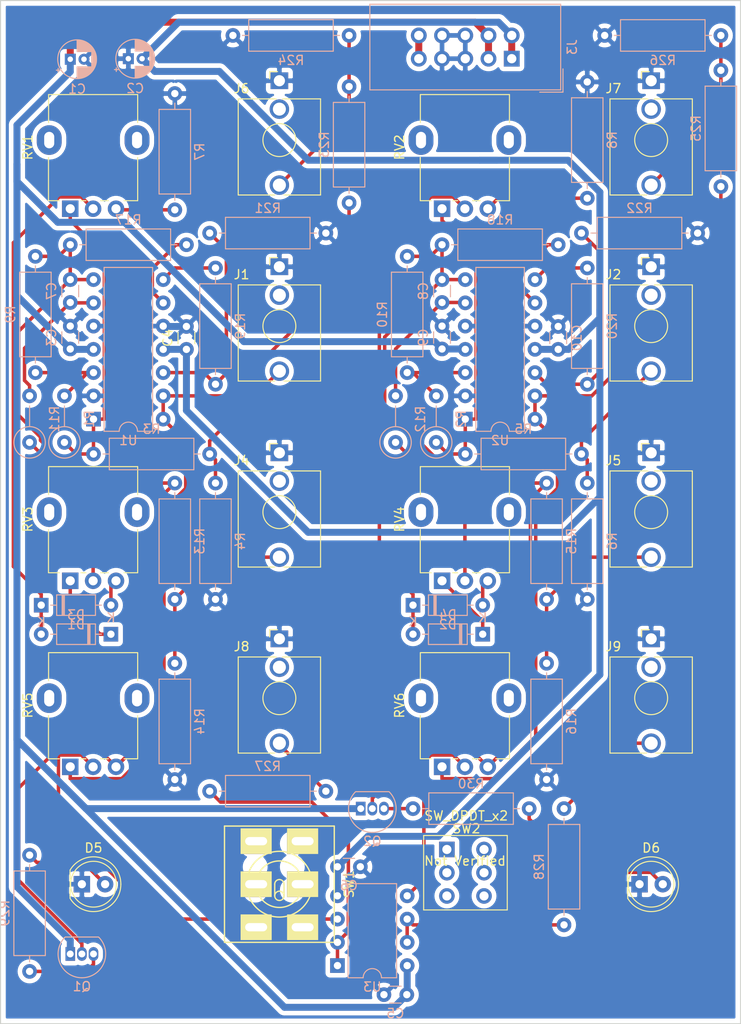
<source format=kicad_pcb>
(kicad_pcb (version 20171130) (host pcbnew 5.1.4-e60b266~84~ubuntu19.04.1)
  (layers (0 F.Cu signal) (31 B.Cu signal hide) (34 B.Paste user) (35 F.Paste user) (36 B.SilkS user) (37 F.SilkS user) (38 B.Mask user) (39 F.Mask user) (44 Edge.Cuts user))
  (net 0 "")
  (net 1 GND)
  (net 2 +15V)
  (net 3 -15V)
  (net 4 "Net-(C7-Pad2)")
  (net 5 /Square_3_A)
  (net 6 "Net-(C8-Pad2)")
  (net 7 "Net-(C8-Pad1)")
  (net 8 "Net-(D1-Pad2)")
  (net 9 "Net-(D1-Pad1)")
  (net 10 "Net-(D2-Pad2)")
  (net 11 "Net-(D2-Pad1)")
  (net 12 "Net-(D3-Pad1)")
  (net 13 "Net-(D4-Pad1)")
  (net 14 "Net-(D5-Pad2)")
  (net 15 "Net-(D6-Pad2)")
  (net 16 "Net-(J1-PadTN)")
  (net 17 "Net-(J2-PadTN)")
  (net 18 /Square_1_A)
  (net 19 /SPEED_2_A)
  (net 20 "Net-(J4-PadTN)")
  (net 21 "Net-(J5-PadTN)")
  (net 22 "Net-(J5-PadT)")
  (net 23 "Net-(J6-PadTN)")
  (net 24 "Net-(J7-PadTN)")
  (net 25 "Net-(J7-PadT)")
  (net 26 "Net-(J8-PadTN)")
  (net 27 "Net-(J9-PadTN)")
  (net 28 "Net-(J9-PadT)")
  (net 29 "Net-(Q1-Pad3)")
  (net 30 "Net-(Q2-Pad3)")
  (net 31 "Net-(R1-Pad2)")
  (net 32 "Net-(R10-Pad2)")
  (net 33 "Net-(R7-Pad1)")
  (net 34 "Net-(R8-Pad1)")
  (net 35 /SPEED_2)
  (net 36 "Net-(R17-Pad1)")
  (net 37 "Net-(R18-Pad1)")
  (net 38 "Net-(R19-Pad2)")
  (net 39 "Net-(R19-Pad1)")
  (net 40 "Net-(R20-Pad2)")
  (net 41 "Net-(R20-Pad1)")
  (net 42 "Net-(R25-Pad2)")
  (net 43 "Net-(R27-Pad2)")
  (net 44 "Net-(R28-Pad2)")
  (net 45 "Net-(RV6-Pad2)")
  (net 46 "Net-(SW1-Pad3)")
  (net 47 "Net-(SW1-Pad5)")
  (net 48 "Net-(SW1-Pad2)")
  (net 49 "Net-(SW1-Pad1)")
  (net 50 "Net-(SW2-Pad3)")
  (net 51 "Net-(SW2-Pad5)")
  (net 52 "Net-(SW2-Pad2)")
  (net 53 "Net-(SW2-Pad1)")
  (net 54 +5V)
  (net 55 "Net-(C7-Pad1)")
  (net 56 "Net-(J1-PadT)")
  (net 57 "Net-(J2-PadT)")
  (net 58 "Net-(J4-PadT)")
  (net 59 "Net-(J6-PadT)")
  (net 60 "Net-(J8-PadT)")
  (net 61 "Net-(R1-Pad1)")
  (net 62 "Net-(R2-Pad1)")
  (net 63 "Net-(R11-Pad2)")
  (net 64 "Net-(R12-Pad2)")
  (net 65 "Net-(R23-Pad2)")
  (net 66 "Net-(RV5-Pad2)")
  (module Custom_Footprints:Tumbler_SW_x2 (layer F.Cu) (at 81.28 147.32 90)
    (fp_text reference SW1 (at 0 7.62 90) (layer F.SilkS))
    (fp_text value SW_DPDT_x2)
    (pad 6 thru_hole rect (at 4.7 -2.54 90) (size 2.8 3.4) (drill oval 0.9 2.4) (layers *.Cu *.Mask F.SilkS) (net 46 "Net-(SW1-Pad3)"))
    (pad 5 thru_hole rect (at 0 -2.54 90) (size 2.8 3.4) (drill oval 0.9 2.4) (layers *.Cu *.Mask F.SilkS) (net 47 "Net-(SW1-Pad5)"))
    (pad 4 thru_hole rect (at -4.7 -2.54 90) (size 2.8 3.4) (drill oval 0.9 2.4) (layers *.Cu *.Mask F.SilkS) (net 49 "Net-(SW1-Pad1)"))
    (pad 3 thru_hole rect (at 4.7 2.54 90) (size 2.8 3.4) (drill oval 0.9 2.4) (layers *.Cu *.Mask F.SilkS) (net 46 "Net-(SW1-Pad3)"))
    (pad 2 thru_hole rect (at 0 2.54 90) (size 2.8 3.4) (drill oval 0.9 2.4) (layers *.Cu *.Mask F.SilkS) (net 48 "Net-(SW1-Pad2)"))
    (pad 1 thru_hole rect (at -4.7 2.54 90) (size 2.8 3.4) (drill oval 0.9 2.4) (layers *.Cu *.Mask F.SilkS) (net 49 "Net-(SW1-Pad1)"))
  )
  (module Capacitor_THT:C_Disc_D3.0mm_W1.6mm_P2.50mm (layer B.Cu) (at 111.76 88.9 90)
    (fp_text reference C10 (at 1.25 2.05 270) (layer B.SilkS) (effects (justify mirror)))
    (fp_text value 100n)
    (pad 2 thru_hole circle (at 2.5 0 90) (size 1.6 1.6) (drill 0.8) (layers *.Cu *.Mask) (net 1 GND))
    (pad 1 thru_hole circle (at 0 0 90) (size 1.6 1.6) (drill 0.8) (layers *.Cu *.Mask) (net 3 -15V))
  )
  (module Capacitor_THT:C_Disc_D3.0mm_W1.6mm_P2.50mm (layer B.Cu) (at 99.06 86.36 270)
    (fp_text reference C9 (at 1.25 2.05 270) (layer B.SilkS) (effects (justify mirror)))
    (fp_text value 100n)
    (pad 2 thru_hole circle (at 2.5 0 270) (size 1.6 1.6) (drill 0.8) (layers *.Cu *.Mask) (net 2 +15V))
    (pad 1 thru_hole circle (at 0 0 270) (size 1.6 1.6) (drill 0.8) (layers *.Cu *.Mask) (net 1 GND))
  )
  (module Resistor_THT:R_Axial_DIN0309_L9.0mm_D3.2mm_P5.08mm_Vertical (layer B.Cu) (at 93.98 99.06 90)
    (fp_text reference R12 (at 2.54 2.72 90) (layer B.SilkS) (effects (justify mirror)))
    (fp_text value 10k)
    (pad 2 thru_hole oval (at 5.08 0 90) (size 1.6 1.6) (drill 0.8) (layers *.Cu *.Mask) (net 64 "Net-(R12-Pad2)"))
    (pad 1 thru_hole circle (at 0 0 90) (size 1.6 1.6) (drill 0.8) (layers *.Cu *.Mask) (net 6 "Net-(C8-Pad2)"))
  )
  (module Resistor_THT:R_Axial_DIN0309_L9.0mm_D3.2mm_P5.08mm_Vertical (layer B.Cu) (at 98.425 99.06 90)
    (fp_text reference R2 (at 2.54 2.72 90) (layer B.SilkS) (effects (justify mirror)))
    (fp_text value 150k)
    (pad 2 thru_hole oval (at 5.08 0 90) (size 1.6 1.6) (drill 0.8) (layers *.Cu *.Mask) (net 32 "Net-(R10-Pad2)"))
    (pad 1 thru_hole circle (at 0 0 90) (size 1.6 1.6) (drill 0.8) (layers *.Cu *.Mask) (net 62 "Net-(R2-Pad1)"))
  )
  (module Resistor_THT:R_Axial_DIN0309_L9.0mm_D3.2mm_P5.08mm_Vertical (layer B.Cu) (at 53.975 99.06 90)
    (fp_text reference R11 (at 2.54 2.72 90) (layer B.SilkS) (effects (justify mirror)))
    (fp_text value 10k)
    (pad 2 thru_hole oval (at 5.08 0 90) (size 1.6 1.6) (drill 0.8) (layers *.Cu *.Mask) (net 63 "Net-(R11-Pad2)"))
    (pad 1 thru_hole circle (at 0 0 90) (size 1.6 1.6) (drill 0.8) (layers *.Cu *.Mask) (net 4 "Net-(C7-Pad2)"))
  )
  (module Resistor_THT:R_Axial_DIN0309_L9.0mm_D3.2mm_P5.08mm_Vertical (layer B.Cu) (at 57.785 99.06 90)
    (fp_text reference R1 (at 2.54 2.72 90) (layer B.SilkS) (effects (justify mirror)))
    (fp_text value 150k)
    (pad 2 thru_hole oval (at 5.08 0 90) (size 1.6 1.6) (drill 0.8) (layers *.Cu *.Mask) (net 31 "Net-(R1-Pad2)"))
    (pad 1 thru_hole circle (at 0 0 90) (size 1.6 1.6) (drill 0.8) (layers *.Cu *.Mask) (net 61 "Net-(R1-Pad1)"))
  )
  (module Connector_IDC:IDC-Header_2x05_P2.54mm_Vertical (layer B.Cu) (at 106.68 57.15 90)
    (fp_text reference J3 (at 1.27 6.604 270) (layer B.SilkS) (effects (justify mirror)))
    (fp_text value "IDC Header")
    (pad 10 thru_hole oval (at 2.54 -10.16 90) (size 1.7272 1.7272) (drill 1.016) (layers *.Cu *.Mask) (net 54 +5V))
    (pad 9 thru_hole oval (at 0 -10.16 90) (size 1.7272 1.7272) (drill 1.016) (layers *.Cu *.Mask) (net 54 +5V))
    (pad 8 thru_hole oval (at 2.54 -7.62 90) (size 1.7272 1.7272) (drill 1.016) (layers *.Cu *.Mask) (net 1 GND))
    (pad 7 thru_hole oval (at 0 -7.62 90) (size 1.7272 1.7272) (drill 1.016) (layers *.Cu *.Mask) (net 1 GND))
    (pad 6 thru_hole oval (at 2.54 -5.08 90) (size 1.7272 1.7272) (drill 1.016) (layers *.Cu *.Mask) (net 1 GND))
    (pad 5 thru_hole oval (at 0 -5.08 90) (size 1.7272 1.7272) (drill 1.016) (layers *.Cu *.Mask) (net 1 GND))
    (pad 4 thru_hole oval (at 2.54 -2.54 90) (size 1.7272 1.7272) (drill 1.016) (layers *.Cu *.Mask) (net 2 +15V))
    (pad 3 thru_hole oval (at 0 -2.54 90) (size 1.7272 1.7272) (drill 1.016) (layers *.Cu *.Mask) (net 2 +15V))
    (pad 2 thru_hole oval (at 2.54 0 90) (size 1.7272 1.7272) (drill 1.016) (layers *.Cu *.Mask) (net 3 -15V))
    (pad 1 thru_hole rect (at 0 0 90) (size 1.7272 1.7272) (drill 1.016) (layers *.Cu *.Mask) (net 3 -15V))
  )
  (module LED_THT:LED_D5.0mm (layer F.Cu) (at 120.65 147.32)
    (fp_text reference D6 (at 1.27 -3.96) (layer F.SilkS))
    (fp_text value LED)
    (pad 2 thru_hole circle (at 2.54 0) (size 1.8 1.8) (drill 0.9) (layers *.Cu *.Mask) (net 15 "Net-(D6-Pad2)"))
    (pad 1 thru_hole rect (at 0 0) (size 1.8 1.8) (drill 0.9) (layers *.Cu *.Mask) (net 1 GND))
  )
  (module LED_THT:LED_D5.0mm (layer F.Cu) (at 59.69 147.32)
    (fp_text reference D5 (at 1.27 -3.96) (layer F.SilkS))
    (fp_text value LED)
    (pad 2 thru_hole circle (at 2.54 0) (size 1.8 1.8) (drill 0.9) (layers *.Cu *.Mask) (net 14 "Net-(D5-Pad2)"))
    (pad 1 thru_hole rect (at 0 0) (size 1.8 1.8) (drill 0.9) (layers *.Cu *.Mask) (net 1 GND))
  )
  (module Diode_THT:D_DO-35_SOD27_P7.62mm_Horizontal (layer B.Cu) (at 103.505 120.015 180)
    (fp_text reference D4 (at 3.81 2.12) (layer B.SilkS) (effects (justify mirror)))
    (fp_text value D)
    (fp_text user K (at 0 1.8) (layer B.SilkS) (effects (justify mirror)))
    (pad 2 thru_hole oval (at 7.62 0 180) (size 1.6 1.6) (drill 0.8) (layers *.Cu *.Mask) (net 11 "Net-(D2-Pad1)"))
    (pad 1 thru_hole rect (at 0 0 180) (size 1.6 1.6) (drill 0.8) (layers *.Cu *.Mask) (net 13 "Net-(D4-Pad1)"))
  )
  (module Diode_THT:D_DO-35_SOD27_P7.62mm_Horizontal (layer B.Cu) (at 62.865 120.015 180)
    (fp_text reference D3 (at 3.81 2.12) (layer B.SilkS) (effects (justify mirror)))
    (fp_text value D)
    (fp_text user K (at 0 1.8) (layer B.SilkS) (effects (justify mirror)))
    (pad 2 thru_hole oval (at 7.62 0 180) (size 1.6 1.6) (drill 0.8) (layers *.Cu *.Mask) (net 9 "Net-(D1-Pad1)"))
    (pad 1 thru_hole rect (at 0 0 180) (size 1.6 1.6) (drill 0.8) (layers *.Cu *.Mask) (net 12 "Net-(D3-Pad1)"))
  )
  (module Diode_THT:D_DO-35_SOD27_P7.62mm_Horizontal (layer B.Cu) (at 95.885 116.84)
    (fp_text reference D2 (at 3.81 2.12) (layer B.SilkS) (effects (justify mirror)))
    (fp_text value D)
    (fp_text user K (at 0 1.8) (layer B.SilkS) (effects (justify mirror)))
    (pad 2 thru_hole oval (at 7.62 0) (size 1.6 1.6) (drill 0.8) (layers *.Cu *.Mask) (net 10 "Net-(D2-Pad2)"))
    (pad 1 thru_hole rect (at 0 0) (size 1.6 1.6) (drill 0.8) (layers *.Cu *.Mask) (net 11 "Net-(D2-Pad1)"))
  )
  (module Diode_THT:D_DO-35_SOD27_P7.62mm_Horizontal (layer B.Cu) (at 55.245 116.84)
    (fp_text reference D1 (at 3.81 2.12) (layer B.SilkS) (effects (justify mirror)))
    (fp_text value D)
    (fp_text user K (at 0 1.8) (layer B.SilkS) (effects (justify mirror)))
    (pad 2 thru_hole oval (at 7.62 0) (size 1.6 1.6) (drill 0.8) (layers *.Cu *.Mask) (net 8 "Net-(D1-Pad2)"))
    (pad 1 thru_hole rect (at 0 0) (size 1.6 1.6) (drill 0.8) (layers *.Cu *.Mask) (net 9 "Net-(D1-Pad1)"))
  )
  (module Package_DIP:DIP-8_W7.62mm (layer B.Cu) (at 87.63 156.21)
    (fp_text reference U3 (at 3.81 2.33 180) (layer B.SilkS) (effects (justify mirror)))
    (fp_text value TL072)
    (pad 8 thru_hole oval (at 7.62 0) (size 1.6 1.6) (drill 0.8) (layers *.Cu *.Mask) (net 2 +15V))
    (pad 4 thru_hole oval (at 0 -7.62) (size 1.6 1.6) (drill 0.8) (layers *.Cu *.Mask) (net 3 -15V))
    (pad 7 thru_hole oval (at 7.62 -2.54) (size 1.6 1.6) (drill 0.8) (layers *.Cu *.Mask) (net 44 "Net-(R28-Pad2)"))
    (pad 3 thru_hole oval (at 0 -5.08) (size 1.6 1.6) (drill 0.8) (layers *.Cu *.Mask) (net 66 "Net-(RV5-Pad2)"))
    (pad 6 thru_hole oval (at 7.62 -5.08) (size 1.6 1.6) (drill 0.8) (layers *.Cu *.Mask) (net 44 "Net-(R28-Pad2)"))
    (pad 2 thru_hole oval (at 0 -2.54) (size 1.6 1.6) (drill 0.8) (layers *.Cu *.Mask) (net 43 "Net-(R27-Pad2)"))
    (pad 5 thru_hole oval (at 7.62 -7.62) (size 1.6 1.6) (drill 0.8) (layers *.Cu *.Mask) (net 45 "Net-(RV6-Pad2)"))
    (pad 1 thru_hole rect (at 0 0) (size 1.6 1.6) (drill 0.8) (layers *.Cu *.Mask) (net 43 "Net-(R27-Pad2)"))
  )
  (module Package_DIP:DIP-14_W7.62mm (layer B.Cu) (at 101.6 96.52)
    (fp_text reference U2 (at 3.81 2.33) (layer B.SilkS) (effects (justify mirror)))
    (fp_text value TL074)
    (pad 14 thru_hole oval (at 7.62 0) (size 1.6 1.6) (drill 0.8) (layers *.Cu *.Mask) (net 42 "Net-(R25-Pad2)"))
    (pad 7 thru_hole oval (at 0 -15.24) (size 1.6 1.6) (drill 0.8) (layers *.Cu *.Mask) (net 7 "Net-(C8-Pad1)"))
    (pad 13 thru_hole oval (at 7.62 -2.54) (size 1.6 1.6) (drill 0.8) (layers *.Cu *.Mask) (net 42 "Net-(R25-Pad2)"))
    (pad 6 thru_hole oval (at 0 -12.7) (size 1.6 1.6) (drill 0.8) (layers *.Cu *.Mask) (net 6 "Net-(C8-Pad2)"))
    (pad 12 thru_hole oval (at 7.62 -5.08) (size 1.6 1.6) (drill 0.8) (layers *.Cu *.Mask) (net 41 "Net-(R20-Pad1)"))
    (pad 5 thru_hole oval (at 0 -10.16) (size 1.6 1.6) (drill 0.8) (layers *.Cu *.Mask) (net 1 GND))
    (pad 11 thru_hole oval (at 7.62 -7.62) (size 1.6 1.6) (drill 0.8) (layers *.Cu *.Mask) (net 3 -15V))
    (pad 4 thru_hole oval (at 0 -7.62) (size 1.6 1.6) (drill 0.8) (layers *.Cu *.Mask) (net 2 +15V))
    (pad 10 thru_hole oval (at 7.62 -10.16) (size 1.6 1.6) (drill 0.8) (layers *.Cu *.Mask) (net 1 GND))
    (pad 3 thru_hole oval (at 0 -5.08) (size 1.6 1.6) (drill 0.8) (layers *.Cu *.Mask) (net 32 "Net-(R10-Pad2)"))
    (pad 9 thru_hole oval (at 7.62 -12.7) (size 1.6 1.6) (drill 0.8) (layers *.Cu *.Mask) (net 37 "Net-(R18-Pad1)"))
    (pad 2 thru_hole oval (at 0 -2.54) (size 1.6 1.6) (drill 0.8) (layers *.Cu *.Mask) (net 1 GND))
    (pad 8 thru_hole oval (at 7.62 -15.24) (size 1.6 1.6) (drill 0.8) (layers *.Cu *.Mask) (net 40 "Net-(R20-Pad2)"))
    (pad 1 thru_hole rect (at 0 0) (size 1.6 1.6) (drill 0.8) (layers *.Cu *.Mask) (net 62 "Net-(R2-Pad1)"))
  )
  (module Package_DIP:DIP-14_W7.62mm (layer B.Cu) (at 60.96 96.52)
    (fp_text reference U1 (at 3.81 2.33) (layer B.SilkS) (effects (justify mirror)))
    (fp_text value TL074)
    (pad 14 thru_hole oval (at 7.62 0) (size 1.6 1.6) (drill 0.8) (layers *.Cu *.Mask) (net 65 "Net-(R23-Pad2)"))
    (pad 7 thru_hole oval (at 0 -15.24) (size 1.6 1.6) (drill 0.8) (layers *.Cu *.Mask) (net 55 "Net-(C7-Pad1)"))
    (pad 13 thru_hole oval (at 7.62 -2.54) (size 1.6 1.6) (drill 0.8) (layers *.Cu *.Mask) (net 65 "Net-(R23-Pad2)"))
    (pad 6 thru_hole oval (at 0 -12.7) (size 1.6 1.6) (drill 0.8) (layers *.Cu *.Mask) (net 4 "Net-(C7-Pad2)"))
    (pad 12 thru_hole oval (at 7.62 -5.08) (size 1.6 1.6) (drill 0.8) (layers *.Cu *.Mask) (net 39 "Net-(R19-Pad1)"))
    (pad 5 thru_hole oval (at 0 -10.16) (size 1.6 1.6) (drill 0.8) (layers *.Cu *.Mask) (net 1 GND))
    (pad 11 thru_hole oval (at 7.62 -7.62) (size 1.6 1.6) (drill 0.8) (layers *.Cu *.Mask) (net 3 -15V))
    (pad 4 thru_hole oval (at 0 -7.62) (size 1.6 1.6) (drill 0.8) (layers *.Cu *.Mask) (net 2 +15V))
    (pad 10 thru_hole oval (at 7.62 -10.16) (size 1.6 1.6) (drill 0.8) (layers *.Cu *.Mask) (net 1 GND))
    (pad 3 thru_hole oval (at 0 -5.08) (size 1.6 1.6) (drill 0.8) (layers *.Cu *.Mask) (net 31 "Net-(R1-Pad2)"))
    (pad 9 thru_hole oval (at 7.62 -12.7) (size 1.6 1.6) (drill 0.8) (layers *.Cu *.Mask) (net 36 "Net-(R17-Pad1)"))
    (pad 2 thru_hole oval (at 0 -2.54) (size 1.6 1.6) (drill 0.8) (layers *.Cu *.Mask) (net 1 GND))
    (pad 8 thru_hole oval (at 7.62 -15.24) (size 1.6 1.6) (drill 0.8) (layers *.Cu *.Mask) (net 38 "Net-(R19-Pad2)"))
    (pad 1 thru_hole rect (at 0 0) (size 1.6 1.6) (drill 0.8) (layers *.Cu *.Mask) (net 61 "Net-(R1-Pad1)"))
  )
  (module 4ms_Switch:Switch_Toggle_DPDT_SubMini (layer F.Cu) (at 101.6 146.05)
    (fp_text reference SW2 (at 0.13 -4.8 180) (layer F.SilkS))
    (fp_text value SW_DPDT_x2 (at 0.1 -6.2) (layer F.SilkS))
    (fp_text user "Not Verified" (at -0.03 -1.27) (layer F.SilkS))
    (fp_text user "" (at 0.05 -4.8) (layer F.SilkS))
    (pad 6 thru_hole oval (at 2.05 2.555) (size 1.7 1.7) (drill 1) (layers *.Cu *.Mask) (net 50 "Net-(SW2-Pad3)"))
    (pad 3 thru_hole oval (at -2.01 2.555) (size 1.7 1.7) (drill 1) (layers *.Cu *.Mask) (net 50 "Net-(SW2-Pad3)"))
    (pad 5 thru_hole oval (at 2.05 0.015) (size 1.7 1.7) (drill 1) (layers *.Cu *.Mask) (net 51 "Net-(SW2-Pad5)"))
    (pad 2 thru_hole oval (at -2.01 0.015) (size 1.7 1.7) (drill 1) (layers *.Cu *.Mask) (net 52 "Net-(SW2-Pad2)"))
    (pad 4 thru_hole oval (at 2.05 -2.525) (size 1.7 1.7) (drill 1) (layers *.Cu *.Mask) (net 53 "Net-(SW2-Pad1)"))
    (pad 1 thru_hole rect (at -2.01 -2.525) (size 1.7 1.7) (drill 1) (layers *.Cu *.Mask) (net 53 "Net-(SW2-Pad1)"))
  )
  (module elektrophon:Potentiometer_Alpha_RD901F-40-00D_Single_Vertical (layer F.Cu) (at 101.6 127 90)
    (fp_text reference RV6 (at -0.79 -7.18 270) (layer F.SilkS))
    (fp_text value 100k)
    (pad "" thru_hole oval (at 0 -4.84 180) (size 2.72 3.24) (drill oval 1.1 1.8) (layers *.Cu *.Mask))
    (pad "" thru_hole oval (at 0 4.76 180) (size 2.72 3.24) (drill oval 1.1 1.8) (layers *.Cu *.Mask))
    (pad 3 thru_hole circle (at -7.5 2.46 180) (size 1.8 1.8) (drill 1) (layers *.Cu *.Mask) (net 42 "Net-(R25-Pad2)"))
    (pad 2 thru_hole circle (at -7.5 -0.04 180) (size 1.8 1.8) (drill 1) (layers *.Cu *.Mask) (net 45 "Net-(RV6-Pad2)"))
    (pad 1 thru_hole rect (at -7.5 -2.54 180) (size 1.8 1.8) (drill 1) (layers *.Cu *.Mask) (net 7 "Net-(C8-Pad1)"))
  )
  (module elektrophon:Potentiometer_Alpha_RD901F-40-00D_Single_Vertical (layer F.Cu) (at 60.96 127 90)
    (fp_text reference RV5 (at -0.79 -7.18 270) (layer F.SilkS))
    (fp_text value 100k)
    (pad "" thru_hole oval (at 0 -4.84 180) (size 2.72 3.24) (drill oval 1.1 1.8) (layers *.Cu *.Mask))
    (pad "" thru_hole oval (at 0 4.76 180) (size 2.72 3.24) (drill oval 1.1 1.8) (layers *.Cu *.Mask))
    (pad 3 thru_hole circle (at -7.5 2.46 180) (size 1.8 1.8) (drill 1) (layers *.Cu *.Mask) (net 65 "Net-(R23-Pad2)"))
    (pad 2 thru_hole circle (at -7.5 -0.04 180) (size 1.8 1.8) (drill 1) (layers *.Cu *.Mask) (net 66 "Net-(RV5-Pad2)"))
    (pad 1 thru_hole rect (at -7.5 -2.54 180) (size 1.8 1.8) (drill 1) (layers *.Cu *.Mask) (net 55 "Net-(C7-Pad1)"))
  )
  (module elektrophon:Potentiometer_Alpha_RD901F-40-00D_Single_Vertical (layer F.Cu) (at 101.6 106.68 90)
    (fp_text reference RV4 (at -0.79 -7.18 270) (layer F.SilkS))
    (fp_text value 500k)
    (pad "" thru_hole oval (at 0 -4.84 180) (size 2.72 3.24) (drill oval 1.1 1.8) (layers *.Cu *.Mask))
    (pad "" thru_hole oval (at 0 4.76 180) (size 2.72 3.24) (drill oval 1.1 1.8) (layers *.Cu *.Mask))
    (pad 3 thru_hole circle (at -7.5 2.46 180) (size 1.8 1.8) (drill 1) (layers *.Cu *.Mask) (net 13 "Net-(D4-Pad1)"))
    (pad 2 thru_hole circle (at -7.5 -0.04 180) (size 1.8 1.8) (drill 1) (layers *.Cu *.Mask) (net 64 "Net-(R12-Pad2)"))
    (pad 1 thru_hole rect (at -7.5 -2.54 180) (size 1.8 1.8) (drill 1) (layers *.Cu *.Mask) (net 10 "Net-(D2-Pad2)"))
  )
  (module elektrophon:Potentiometer_Alpha_RD901F-40-00D_Single_Vertical (layer F.Cu) (at 60.96 106.68 90)
    (fp_text reference RV3 (at -0.79 -7.18 270) (layer F.SilkS))
    (fp_text value 500k)
    (pad "" thru_hole oval (at 0 -4.84 180) (size 2.72 3.24) (drill oval 1.1 1.8) (layers *.Cu *.Mask))
    (pad "" thru_hole oval (at 0 4.76 180) (size 2.72 3.24) (drill oval 1.1 1.8) (layers *.Cu *.Mask))
    (pad 3 thru_hole circle (at -7.5 2.46 180) (size 1.8 1.8) (drill 1) (layers *.Cu *.Mask) (net 12 "Net-(D3-Pad1)"))
    (pad 2 thru_hole circle (at -7.5 -0.04 180) (size 1.8 1.8) (drill 1) (layers *.Cu *.Mask) (net 63 "Net-(R11-Pad2)"))
    (pad 1 thru_hole rect (at -7.5 -2.54 180) (size 1.8 1.8) (drill 1) (layers *.Cu *.Mask) (net 8 "Net-(D1-Pad2)"))
  )
  (module elektrophon:Potentiometer_Alpha_RD901F-40-00D_Single_Vertical (layer F.Cu) (at 101.6 66.04 90)
    (fp_text reference RV2 (at -0.79 -7.18 270) (layer F.SilkS))
    (fp_text value 100k)
    (pad "" thru_hole oval (at 0 -4.84 180) (size 2.72 3.24) (drill oval 1.1 1.8) (layers *.Cu *.Mask))
    (pad "" thru_hole oval (at 0 4.76 180) (size 2.72 3.24) (drill oval 1.1 1.8) (layers *.Cu *.Mask))
    (pad 3 thru_hole circle (at -7.5 2.46 180) (size 1.8 1.8) (drill 1) (layers *.Cu *.Mask) (net 34 "Net-(R8-Pad1)"))
    (pad 2 thru_hole circle (at -7.5 -0.04 180) (size 1.8 1.8) (drill 1) (layers *.Cu *.Mask) (net 11 "Net-(D2-Pad1)"))
    (pad 1 thru_hole rect (at -7.5 -2.54 180) (size 1.8 1.8) (drill 1) (layers *.Cu *.Mask) (net 62 "Net-(R2-Pad1)"))
  )
  (module elektrophon:Potentiometer_Alpha_RD901F-40-00D_Single_Vertical (layer F.Cu) (at 60.96 66.04 90)
    (fp_text reference RV1 (at -0.79 -7.18 270) (layer F.SilkS))
    (fp_text value 100k)
    (pad "" thru_hole oval (at 0 -4.84 180) (size 2.72 3.24) (drill oval 1.1 1.8) (layers *.Cu *.Mask))
    (pad "" thru_hole oval (at 0 4.76 180) (size 2.72 3.24) (drill oval 1.1 1.8) (layers *.Cu *.Mask))
    (pad 3 thru_hole circle (at -7.5 2.46 180) (size 1.8 1.8) (drill 1) (layers *.Cu *.Mask) (net 33 "Net-(R7-Pad1)"))
    (pad 2 thru_hole circle (at -7.5 -0.04 180) (size 1.8 1.8) (drill 1) (layers *.Cu *.Mask) (net 9 "Net-(D1-Pad1)"))
    (pad 1 thru_hole rect (at -7.5 -2.54 180) (size 1.8 1.8) (drill 1) (layers *.Cu *.Mask) (net 61 "Net-(R1-Pad1)"))
  )
  (module Resistor_THT:R_Axial_DIN0309_L9.0mm_D3.2mm_P12.70mm_Horizontal (layer B.Cu) (at 108.585 139.065 180)
    (fp_text reference R30 (at 6.35 2.72 180) (layer B.SilkS) (effects (justify mirror)))
    (fp_text value 1k)
    (pad 2 thru_hole oval (at 12.7 0 180) (size 1.6 1.6) (drill 0.8) (layers *.Cu *.Mask) (net 30 "Net-(Q2-Pad3)"))
    (pad 1 thru_hole circle (at 0 0 180) (size 1.6 1.6) (drill 0.8) (layers *.Cu *.Mask) (net 15 "Net-(D6-Pad2)"))
  )
  (module Resistor_THT:R_Axial_DIN0309_L9.0mm_D3.2mm_P12.70mm_Horizontal (layer B.Cu) (at 53.975 144.145 270)
    (fp_text reference R29 (at 6.35 2.72 270) (layer B.SilkS) (effects (justify mirror)))
    (fp_text value 1k)
    (pad 2 thru_hole oval (at 12.7 0 270) (size 1.6 1.6) (drill 0.8) (layers *.Cu *.Mask) (net 29 "Net-(Q1-Pad3)"))
    (pad 1 thru_hole circle (at 0 0 270) (size 1.6 1.6) (drill 0.8) (layers *.Cu *.Mask) (net 14 "Net-(D5-Pad2)"))
  )
  (module Resistor_THT:R_Axial_DIN0309_L9.0mm_D3.2mm_P12.70mm_Horizontal (layer B.Cu) (at 112.395 139.065 270)
    (fp_text reference R28 (at 6.35 2.72 90) (layer B.SilkS) (effects (justify mirror)))
    (fp_text value 1k)
    (pad 2 thru_hole oval (at 12.7 0 270) (size 1.6 1.6) (drill 0.8) (layers *.Cu *.Mask) (net 44 "Net-(R28-Pad2)"))
    (pad 1 thru_hole circle (at 0 0 270) (size 1.6 1.6) (drill 0.8) (layers *.Cu *.Mask) (net 28 "Net-(J9-PadT)"))
  )
  (module Resistor_THT:R_Axial_DIN0309_L9.0mm_D3.2mm_P12.70mm_Horizontal (layer B.Cu) (at 86.36 137.16 180)
    (fp_text reference R27 (at 6.35 2.72) (layer B.SilkS) (effects (justify mirror)))
    (fp_text value 1k)
    (pad 2 thru_hole oval (at 12.7 0 180) (size 1.6 1.6) (drill 0.8) (layers *.Cu *.Mask) (net 43 "Net-(R27-Pad2)"))
    (pad 1 thru_hole circle (at 0 0 180) (size 1.6 1.6) (drill 0.8) (layers *.Cu *.Mask) (net 60 "Net-(J8-PadT)"))
  )
  (module Resistor_THT:R_Axial_DIN0309_L9.0mm_D3.2mm_P12.70mm_Horizontal (layer B.Cu) (at 116.84 54.61)
    (fp_text reference R26 (at 6.35 2.72) (layer B.SilkS) (effects (justify mirror)))
    (fp_text value 1k)
    (pad 2 thru_hole oval (at 12.7 0) (size 1.6 1.6) (drill 0.8) (layers *.Cu *.Mask) (net 25 "Net-(J7-PadT)"))
    (pad 1 thru_hole circle (at 0 0) (size 1.6 1.6) (drill 0.8) (layers *.Cu *.Mask) (net 1 GND))
  )
  (module Resistor_THT:R_Axial_DIN0309_L9.0mm_D3.2mm_P12.70mm_Horizontal (layer B.Cu) (at 129.54 58.42 270)
    (fp_text reference R25 (at 6.35 2.72 270) (layer B.SilkS) (effects (justify mirror)))
    (fp_text value 1k)
    (pad 2 thru_hole oval (at 12.7 0 270) (size 1.6 1.6) (drill 0.8) (layers *.Cu *.Mask) (net 42 "Net-(R25-Pad2)"))
    (pad 1 thru_hole circle (at 0 0 270) (size 1.6 1.6) (drill 0.8) (layers *.Cu *.Mask) (net 25 "Net-(J7-PadT)"))
  )
  (module Resistor_THT:R_Axial_DIN0309_L9.0mm_D3.2mm_P12.70mm_Horizontal (layer B.Cu) (at 76.2 54.61)
    (fp_text reference R24 (at 6.35 2.72) (layer B.SilkS) (effects (justify mirror)))
    (fp_text value 1k)
    (pad 2 thru_hole oval (at 12.7 0) (size 1.6 1.6) (drill 0.8) (layers *.Cu *.Mask) (net 59 "Net-(J6-PadT)"))
    (pad 1 thru_hole circle (at 0 0) (size 1.6 1.6) (drill 0.8) (layers *.Cu *.Mask) (net 1 GND))
  )
  (module Resistor_THT:R_Axial_DIN0309_L9.0mm_D3.2mm_P12.70mm_Horizontal (layer B.Cu) (at 88.9 60.198 270)
    (fp_text reference R23 (at 6.35 2.72 270) (layer B.SilkS) (effects (justify mirror)))
    (fp_text value 1k)
    (pad 2 thru_hole oval (at 12.7 0 270) (size 1.6 1.6) (drill 0.8) (layers *.Cu *.Mask) (net 65 "Net-(R23-Pad2)"))
    (pad 1 thru_hole circle (at 0 0 270) (size 1.6 1.6) (drill 0.8) (layers *.Cu *.Mask) (net 59 "Net-(J6-PadT)"))
  )
  (module Resistor_THT:R_Axial_DIN0309_L9.0mm_D3.2mm_P12.70mm_Horizontal (layer B.Cu) (at 127 76.2 180)
    (fp_text reference R22 (at 6.35 2.72) (layer B.SilkS) (effects (justify mirror)))
    (fp_text value 100k)
    (pad 2 thru_hole oval (at 12.7 0 180) (size 1.6 1.6) (drill 0.8) (layers *.Cu *.Mask) (net 41 "Net-(R20-Pad1)"))
    (pad 1 thru_hole circle (at 0 0 180) (size 1.6 1.6) (drill 0.8) (layers *.Cu *.Mask) (net 1 GND))
  )
  (module Resistor_THT:R_Axial_DIN0309_L9.0mm_D3.2mm_P12.70mm_Horizontal (layer B.Cu) (at 86.36 76.2 180)
    (fp_text reference R21 (at 6.35 2.72) (layer B.SilkS) (effects (justify mirror)))
    (fp_text value 100k)
    (pad 2 thru_hole oval (at 12.7 0 180) (size 1.6 1.6) (drill 0.8) (layers *.Cu *.Mask) (net 39 "Net-(R19-Pad1)"))
    (pad 1 thru_hole circle (at 0 0 180) (size 1.6 1.6) (drill 0.8) (layers *.Cu *.Mask) (net 1 GND))
  )
  (module Resistor_THT:R_Axial_DIN0309_L9.0mm_D3.2mm_P12.70mm_Horizontal (layer B.Cu) (at 114.935 92.71 90)
    (fp_text reference R20 (at 6.35 2.72 270) (layer B.SilkS) (effects (justify mirror)))
    (fp_text value 47k)
    (pad 2 thru_hole oval (at 12.7 0 90) (size 1.6 1.6) (drill 0.8) (layers *.Cu *.Mask) (net 40 "Net-(R20-Pad2)"))
    (pad 1 thru_hole circle (at 0 0 90) (size 1.6 1.6) (drill 0.8) (layers *.Cu *.Mask) (net 41 "Net-(R20-Pad1)"))
  )
  (module Resistor_THT:R_Axial_DIN0309_L9.0mm_D3.2mm_P12.70mm_Horizontal (layer B.Cu) (at 74.295 92.71 90)
    (fp_text reference R19 (at 6.35 2.72 270) (layer B.SilkS) (effects (justify mirror)))
    (fp_text value 47k)
    (pad 2 thru_hole oval (at 12.7 0 90) (size 1.6 1.6) (drill 0.8) (layers *.Cu *.Mask) (net 38 "Net-(R19-Pad2)"))
    (pad 1 thru_hole circle (at 0 0 90) (size 1.6 1.6) (drill 0.8) (layers *.Cu *.Mask) (net 39 "Net-(R19-Pad1)"))
  )
  (module Resistor_THT:R_Axial_DIN0309_L9.0mm_D3.2mm_P12.70mm_Horizontal (layer B.Cu) (at 111.76 77.47 180)
    (fp_text reference R18 (at 6.35 2.72) (layer B.SilkS) (effects (justify mirror)))
    (fp_text value 100k)
    (pad 2 thru_hole oval (at 12.7 0 180) (size 1.6 1.6) (drill 0.8) (layers *.Cu *.Mask) (net 7 "Net-(C8-Pad1)"))
    (pad 1 thru_hole circle (at 0 0 180) (size 1.6 1.6) (drill 0.8) (layers *.Cu *.Mask) (net 37 "Net-(R18-Pad1)"))
  )
  (module Resistor_THT:R_Axial_DIN0309_L9.0mm_D3.2mm_P12.70mm_Horizontal (layer B.Cu) (at 71.12 77.47 180)
    (fp_text reference R17 (at 6.35 2.72) (layer B.SilkS) (effects (justify mirror)))
    (fp_text value 100k)
    (pad 2 thru_hole oval (at 12.7 0 180) (size 1.6 1.6) (drill 0.8) (layers *.Cu *.Mask) (net 55 "Net-(C7-Pad1)"))
    (pad 1 thru_hole circle (at 0 0 180) (size 1.6 1.6) (drill 0.8) (layers *.Cu *.Mask) (net 36 "Net-(R17-Pad1)"))
  )
  (module Resistor_THT:R_Axial_DIN0309_L9.0mm_D3.2mm_P12.70mm_Horizontal (layer B.Cu) (at 110.49 135.89 90)
    (fp_text reference R16 (at 6.35 2.72 90) (layer B.SilkS) (effects (justify mirror)))
    (fp_text value 1k)
    (pad 2 thru_hole oval (at 12.7 0 90) (size 1.6 1.6) (drill 0.8) (layers *.Cu *.Mask) (net 22 "Net-(J5-PadT)"))
    (pad 1 thru_hole circle (at 0 0 90) (size 1.6 1.6) (drill 0.8) (layers *.Cu *.Mask) (net 1 GND))
  )
  (module Resistor_THT:R_Axial_DIN0309_L9.0mm_D3.2mm_P12.70mm_Horizontal (layer B.Cu) (at 110.49 116.205 90)
    (fp_text reference R15 (at 6.35 2.72 90) (layer B.SilkS) (effects (justify mirror)))
    (fp_text value 1k)
    (pad 2 thru_hole oval (at 12.7 0 90) (size 1.6 1.6) (drill 0.8) (layers *.Cu *.Mask) (net 7 "Net-(C8-Pad1)"))
    (pad 1 thru_hole circle (at 0 0 90) (size 1.6 1.6) (drill 0.8) (layers *.Cu *.Mask) (net 22 "Net-(J5-PadT)"))
  )
  (module Resistor_THT:R_Axial_DIN0309_L9.0mm_D3.2mm_P12.70mm_Horizontal (layer B.Cu) (at 69.85 135.89 90)
    (fp_text reference R14 (at 6.35 2.72 270) (layer B.SilkS) (effects (justify mirror)))
    (fp_text value 1k)
    (pad 2 thru_hole oval (at 12.7 0 90) (size 1.6 1.6) (drill 0.8) (layers *.Cu *.Mask) (net 58 "Net-(J4-PadT)"))
    (pad 1 thru_hole circle (at 0 0 90) (size 1.6 1.6) (drill 0.8) (layers *.Cu *.Mask) (net 1 GND))
  )
  (module Resistor_THT:R_Axial_DIN0309_L9.0mm_D3.2mm_P12.70mm_Horizontal (layer B.Cu) (at 69.85 116.205 90)
    (fp_text reference R13 (at 6.35 2.72 270) (layer B.SilkS) (effects (justify mirror)))
    (fp_text value 1k)
    (pad 2 thru_hole oval (at 12.7 0 90) (size 1.6 1.6) (drill 0.8) (layers *.Cu *.Mask) (net 55 "Net-(C7-Pad1)"))
    (pad 1 thru_hole circle (at 0 0 90) (size 1.6 1.6) (drill 0.8) (layers *.Cu *.Mask) (net 58 "Net-(J4-PadT)"))
  )
  (module Resistor_THT:R_Axial_DIN0309_L9.0mm_D3.2mm_P12.70mm_Horizontal (layer B.Cu) (at 95.25 78.74 270)
    (fp_text reference R10 (at 6.35 2.72 270) (layer B.SilkS) (effects (justify mirror)))
    (fp_text value 100k)
    (pad 2 thru_hole oval (at 12.7 0 270) (size 1.6 1.6) (drill 0.8) (layers *.Cu *.Mask) (net 32 "Net-(R10-Pad2)"))
    (pad 1 thru_hole circle (at 0 0 270) (size 1.6 1.6) (drill 0.8) (layers *.Cu *.Mask) (net 7 "Net-(C8-Pad1)"))
  )
  (module Resistor_THT:R_Axial_DIN0309_L9.0mm_D3.2mm_P12.70mm_Horizontal (layer B.Cu) (at 54.61 78.74 270)
    (fp_text reference R9 (at 6.35 2.72 270) (layer B.SilkS) (effects (justify mirror)))
    (fp_text value 100k)
    (pad 2 thru_hole oval (at 12.7 0 270) (size 1.6 1.6) (drill 0.8) (layers *.Cu *.Mask) (net 31 "Net-(R1-Pad2)"))
    (pad 1 thru_hole circle (at 0 0 270) (size 1.6 1.6) (drill 0.8) (layers *.Cu *.Mask) (net 55 "Net-(C7-Pad1)"))
  )
  (module Resistor_THT:R_Axial_DIN0309_L9.0mm_D3.2mm_P12.70mm_Horizontal (layer B.Cu) (at 114.935 72.39 90)
    (fp_text reference R8 (at 6.35 2.72 270) (layer B.SilkS) (effects (justify mirror)))
    (fp_text value 4k7)
    (pad 2 thru_hole oval (at 12.7 0 90) (size 1.6 1.6) (drill 0.8) (layers *.Cu *.Mask) (net 1 GND))
    (pad 1 thru_hole circle (at 0 0 90) (size 1.6 1.6) (drill 0.8) (layers *.Cu *.Mask) (net 34 "Net-(R8-Pad1)"))
  )
  (module Resistor_THT:R_Axial_DIN0309_L9.0mm_D3.2mm_P12.70mm_Horizontal (layer B.Cu) (at 69.85 73.66 90)
    (fp_text reference R7 (at 6.35 2.72 270) (layer B.SilkS) (effects (justify mirror)))
    (fp_text value 4k7)
    (pad 2 thru_hole oval (at 12.7 0 90) (size 1.6 1.6) (drill 0.8) (layers *.Cu *.Mask) (net 1 GND))
    (pad 1 thru_hole circle (at 0 0 90) (size 1.6 1.6) (drill 0.8) (layers *.Cu *.Mask) (net 33 "Net-(R7-Pad1)"))
  )
  (module Resistor_THT:R_Axial_DIN0309_L9.0mm_D3.2mm_P12.70mm_Horizontal (layer B.Cu) (at 114.935 116.205 90)
    (fp_text reference R6 (at 6.35 2.72 270) (layer B.SilkS) (effects (justify mirror)))
    (fp_text value 1k)
    (pad 2 thru_hole oval (at 12.7 0 90) (size 1.6 1.6) (drill 0.8) (layers *.Cu *.Mask) (net 57 "Net-(J2-PadT)"))
    (pad 1 thru_hole circle (at 0 0 90) (size 1.6 1.6) (drill 0.8) (layers *.Cu *.Mask) (net 1 GND))
  )
  (module Resistor_THT:R_Axial_DIN0309_L9.0mm_D3.2mm_P12.70mm_Horizontal (layer B.Cu) (at 114.3 100.33 180)
    (fp_text reference R5 (at 6.35 2.72) (layer B.SilkS) (effects (justify mirror)))
    (fp_text value 2k2)
    (pad 2 thru_hole oval (at 12.7 0 180) (size 1.6 1.6) (drill 0.8) (layers *.Cu *.Mask) (net 62 "Net-(R2-Pad1)"))
    (pad 1 thru_hole circle (at 0 0 180) (size 1.6 1.6) (drill 0.8) (layers *.Cu *.Mask) (net 57 "Net-(J2-PadT)"))
  )
  (module Resistor_THT:R_Axial_DIN0309_L9.0mm_D3.2mm_P12.70mm_Horizontal (layer B.Cu) (at 74.295 116.205 90)
    (fp_text reference R4 (at 6.35 2.72 270) (layer B.SilkS) (effects (justify mirror)))
    (fp_text value 1k)
    (pad 2 thru_hole oval (at 12.7 0 90) (size 1.6 1.6) (drill 0.8) (layers *.Cu *.Mask) (net 56 "Net-(J1-PadT)"))
    (pad 1 thru_hole circle (at 0 0 90) (size 1.6 1.6) (drill 0.8) (layers *.Cu *.Mask) (net 1 GND))
  )
  (module Resistor_THT:R_Axial_DIN0309_L9.0mm_D3.2mm_P12.70mm_Horizontal (layer B.Cu) (at 73.66 100.33 180)
    (fp_text reference R3 (at 6.35 2.72) (layer B.SilkS) (effects (justify mirror)))
    (fp_text value 2k2)
    (pad 2 thru_hole oval (at 12.7 0 180) (size 1.6 1.6) (drill 0.8) (layers *.Cu *.Mask) (net 61 "Net-(R1-Pad1)"))
    (pad 1 thru_hole circle (at 0 0 180) (size 1.6 1.6) (drill 0.8) (layers *.Cu *.Mask) (net 56 "Net-(J1-PadT)"))
  )
  (module Package_TO_SOT_THT:TO-92_Inline (layer B.Cu) (at 90.17 139.065)
    (fp_text reference Q2 (at 1.27 3.56) (layer B.SilkS) (effects (justify mirror)))
    (fp_text value BC547)
    (pad 1 thru_hole rect (at 0 0) (size 1.05 1.5) (drill 0.75) (layers *.Cu *.Mask) (net 2 +15V))
    (pad 3 thru_hole oval (at 2.54 0) (size 1.05 1.5) (drill 0.75) (layers *.Cu *.Mask) (net 30 "Net-(Q2-Pad3)"))
    (pad 2 thru_hole oval (at 1.27 0) (size 1.05 1.5) (drill 0.75) (layers *.Cu *.Mask) (net 7 "Net-(C8-Pad1)"))
  )
  (module Package_TO_SOT_THT:TO-92_Inline (layer B.Cu) (at 58.42 154.94)
    (fp_text reference Q1 (at 1.27 3.56) (layer B.SilkS) (effects (justify mirror)))
    (fp_text value BC547)
    (pad 1 thru_hole rect (at 0 0) (size 1.05 1.5) (drill 0.75) (layers *.Cu *.Mask) (net 2 +15V))
    (pad 3 thru_hole oval (at 2.54 0) (size 1.05 1.5) (drill 0.75) (layers *.Cu *.Mask) (net 29 "Net-(Q1-Pad3)"))
    (pad 2 thru_hole oval (at 1.27 0) (size 1.05 1.5) (drill 0.75) (layers *.Cu *.Mask) (net 55 "Net-(C7-Pad1)"))
  )
  (module elektrophon:Jack_3.5mm_QingPu_WQP-PJ398SM_Vertical_CircularHoles (layer F.Cu) (at 121.92 127)
    (fp_text reference J9 (at -4.13 -5.63) (layer F.SilkS))
    (fp_text value vari)
    (pad TN thru_hole circle (at 0 -3.38 180) (size 2.13 2.13) (drill 1.42) (layers *.Cu *.Mask) (net 27 "Net-(J9-PadTN)"))
    (pad S thru_hole rect (at 0 -6.48 180) (size 1.93 1.83) (drill 1.22) (layers *.Cu *.Mask) (net 1 GND))
    (pad T thru_hole circle (at 0 4.92 180) (size 2.13 2.13) (drill 1.43) (layers *.Cu *.Mask) (net 28 "Net-(J9-PadT)"))
  )
  (module elektrophon:Jack_3.5mm_QingPu_WQP-PJ398SM_Vertical_CircularHoles (layer F.Cu) (at 81.28 127)
    (fp_text reference J8 (at -4.13 -5.63) (layer F.SilkS))
    (fp_text value vari)
    (pad TN thru_hole circle (at 0 -3.38 180) (size 2.13 2.13) (drill 1.42) (layers *.Cu *.Mask) (net 26 "Net-(J8-PadTN)"))
    (pad S thru_hole rect (at 0 -6.48 180) (size 1.93 1.83) (drill 1.22) (layers *.Cu *.Mask) (net 1 GND))
    (pad T thru_hole circle (at 0 4.92 180) (size 2.13 2.13) (drill 1.43) (layers *.Cu *.Mask) (net 60 "Net-(J8-PadT)"))
  )
  (module elektrophon:Jack_3.5mm_QingPu_WQP-PJ398SM_Vertical_CircularHoles (layer F.Cu) (at 121.92 66.04)
    (fp_text reference J7 (at -4.13 -5.63) (layer F.SilkS))
    (fp_text value square)
    (pad TN thru_hole circle (at 0 -3.38 180) (size 2.13 2.13) (drill 1.42) (layers *.Cu *.Mask) (net 24 "Net-(J7-PadTN)"))
    (pad S thru_hole rect (at 0 -6.48 180) (size 1.93 1.83) (drill 1.22) (layers *.Cu *.Mask) (net 1 GND))
    (pad T thru_hole circle (at 0 4.92 180) (size 2.13 2.13) (drill 1.43) (layers *.Cu *.Mask) (net 25 "Net-(J7-PadT)"))
  )
  (module elektrophon:Jack_3.5mm_QingPu_WQP-PJ398SM_Vertical_CircularHoles (layer F.Cu) (at 81.28 66.04)
    (fp_text reference J6 (at -4.13 -5.63) (layer F.SilkS))
    (fp_text value square)
    (pad TN thru_hole circle (at 0 -3.38 180) (size 2.13 2.13) (drill 1.42) (layers *.Cu *.Mask) (net 23 "Net-(J6-PadTN)"))
    (pad S thru_hole rect (at 0 -6.48 180) (size 1.93 1.83) (drill 1.22) (layers *.Cu *.Mask) (net 1 GND))
    (pad T thru_hole circle (at 0 4.92 180) (size 2.13 2.13) (drill 1.43) (layers *.Cu *.Mask) (net 59 "Net-(J6-PadT)"))
  )
  (module elektrophon:Jack_3.5mm_QingPu_WQP-PJ398SM_Vertical_CircularHoles (layer F.Cu) (at 121.92 106.68)
    (fp_text reference J5 (at -4.13 -5.63) (layer F.SilkS))
    (fp_text value TRI/SAW)
    (pad TN thru_hole circle (at 0 -3.38 180) (size 2.13 2.13) (drill 1.42) (layers *.Cu *.Mask) (net 21 "Net-(J5-PadTN)"))
    (pad S thru_hole rect (at 0 -6.48 180) (size 1.93 1.83) (drill 1.22) (layers *.Cu *.Mask) (net 1 GND))
    (pad T thru_hole circle (at 0 4.92 180) (size 2.13 2.13) (drill 1.43) (layers *.Cu *.Mask) (net 22 "Net-(J5-PadT)"))
  )
  (module elektrophon:Jack_3.5mm_QingPu_WQP-PJ398SM_Vertical_CircularHoles (layer F.Cu) (at 81.28 106.68)
    (fp_text reference J4 (at -4.13 -5.63) (layer F.SilkS))
    (fp_text value TRI/SAW)
    (pad TN thru_hole circle (at 0 -3.38 180) (size 2.13 2.13) (drill 1.42) (layers *.Cu *.Mask) (net 20 "Net-(J4-PadTN)"))
    (pad S thru_hole rect (at 0 -6.48 180) (size 1.93 1.83) (drill 1.22) (layers *.Cu *.Mask) (net 1 GND))
    (pad T thru_hole circle (at 0 4.92 180) (size 2.13 2.13) (drill 1.43) (layers *.Cu *.Mask) (net 58 "Net-(J4-PadT)"))
  )
  (module elektrophon:Jack_3.5mm_QingPu_WQP-PJ398SM_Vertical_CircularHoles (layer F.Cu) (at 121.92 86.36)
    (fp_text reference J2 (at -4.13 -5.63) (layer F.SilkS))
    (fp_text value PULSE)
    (pad TN thru_hole circle (at 0 -3.38 180) (size 2.13 2.13) (drill 1.42) (layers *.Cu *.Mask) (net 17 "Net-(J2-PadTN)"))
    (pad S thru_hole rect (at 0 -6.48 180) (size 1.93 1.83) (drill 1.22) (layers *.Cu *.Mask) (net 1 GND))
    (pad T thru_hole circle (at 0 4.92 180) (size 2.13 2.13) (drill 1.43) (layers *.Cu *.Mask) (net 57 "Net-(J2-PadT)"))
  )
  (module elektrophon:Jack_3.5mm_QingPu_WQP-PJ398SM_Vertical_CircularHoles (layer F.Cu) (at 81.28 86.36)
    (fp_text reference J1 (at -4.13 -5.63) (layer F.SilkS))
    (fp_text value PULSE)
    (pad TN thru_hole circle (at 0 -3.38 180) (size 2.13 2.13) (drill 1.42) (layers *.Cu *.Mask) (net 16 "Net-(J1-PadTN)"))
    (pad S thru_hole rect (at 0 -6.48 180) (size 1.93 1.83) (drill 1.22) (layers *.Cu *.Mask) (net 1 GND))
    (pad T thru_hole circle (at 0 4.92 180) (size 2.13 2.13) (drill 1.43) (layers *.Cu *.Mask) (net 56 "Net-(J1-PadT)"))
  )
  (module Capacitor_THT:C_Disc_D3.0mm_W1.6mm_P2.50mm (layer B.Cu) (at 99.06 81.28 270)
    (fp_text reference C8 (at 1.25 2.05 270) (layer B.SilkS) (effects (justify mirror)))
    (fp_text value 47n)
    (pad 2 thru_hole circle (at 2.5 0 270) (size 1.6 1.6) (drill 0.8) (layers *.Cu *.Mask) (net 6 "Net-(C8-Pad2)"))
    (pad 1 thru_hole circle (at 0 0 270) (size 1.6 1.6) (drill 0.8) (layers *.Cu *.Mask) (net 7 "Net-(C8-Pad1)"))
  )
  (module Capacitor_THT:C_Disc_D3.0mm_W1.6mm_P2.50mm (layer B.Cu) (at 58.42 81.28 270)
    (fp_text reference C7 (at 1.25 2.05 270) (layer B.SilkS) (effects (justify mirror)))
    (fp_text value 47n)
    (pad 2 thru_hole circle (at 2.5 0 270) (size 1.6 1.6) (drill 0.8) (layers *.Cu *.Mask) (net 4 "Net-(C7-Pad2)"))
    (pad 1 thru_hole circle (at 0 0 270) (size 1.6 1.6) (drill 0.8) (layers *.Cu *.Mask) (net 55 "Net-(C7-Pad1)"))
  )
  (module Capacitor_THT:C_Disc_D3.0mm_W1.6mm_P2.50mm (layer B.Cu) (at 87.63 145.415)
    (fp_text reference C6 (at 1.25 2.05) (layer B.SilkS) (effects (justify mirror)))
    (fp_text value 100n)
    (pad 2 thru_hole circle (at 2.5 0) (size 1.6 1.6) (drill 0.8) (layers *.Cu *.Mask) (net 1 GND))
    (pad 1 thru_hole circle (at 0 0) (size 1.6 1.6) (drill 0.8) (layers *.Cu *.Mask) (net 3 -15V))
  )
  (module Capacitor_THT:C_Disc_D3.0mm_W1.6mm_P2.50mm (layer B.Cu) (at 92.71 159.385)
    (fp_text reference C5 (at 1.25 2.05) (layer B.SilkS) (effects (justify mirror)))
    (fp_text value 100n)
    (pad 2 thru_hole circle (at 2.5 0) (size 1.6 1.6) (drill 0.8) (layers *.Cu *.Mask) (net 2 +15V))
    (pad 1 thru_hole circle (at 0 0) (size 1.6 1.6) (drill 0.8) (layers *.Cu *.Mask) (net 1 GND))
  )
  (module Capacitor_THT:C_Disc_D3.0mm_W1.6mm_P2.50mm (layer F.Cu) (at 71.12 88.9 90)
    (fp_text reference C4 (at 1.25 -2.05 90) (layer F.SilkS))
    (fp_text value 100n)
    (pad 2 thru_hole circle (at 2.5 0 90) (size 1.6 1.6) (drill 0.8) (layers *.Cu *.Mask) (net 1 GND))
    (pad 1 thru_hole circle (at 0 0 90) (size 1.6 1.6) (drill 0.8) (layers *.Cu *.Mask) (net 3 -15V))
  )
  (module Capacitor_THT:C_Disc_D3.0mm_W1.6mm_P2.50mm (layer B.Cu) (at 58.42 86.36 270)
    (fp_text reference C3 (at 1.25 2.05 270) (layer B.SilkS) (effects (justify mirror)))
    (fp_text value 100n)
    (pad 2 thru_hole circle (at 2.5 0 270) (size 1.6 1.6) (drill 0.8) (layers *.Cu *.Mask) (net 2 +15V))
    (pad 1 thru_hole circle (at 0 0 270) (size 1.6 1.6) (drill 0.8) (layers *.Cu *.Mask) (net 1 GND))
  )
  (module Capacitor_THT:CP_Radial_D4.0mm_P1.50mm (layer B.Cu) (at 64.77 57.15)
    (fp_text reference C2 (at 0.75 3.25) (layer B.SilkS) (effects (justify mirror)))
    (fp_text value CP)
    (pad 2 thru_hole circle (at 1.5 0) (size 1.2 1.2) (drill 0.6) (layers *.Cu *.Mask) (net 3 -15V))
    (pad 1 thru_hole rect (at 0 0) (size 1.2 1.2) (drill 0.6) (layers *.Cu *.Mask) (net 1 GND))
  )
  (module Capacitor_THT:CP_Radial_D4.0mm_P1.50mm (layer B.Cu) (at 58.42 57.21)
    (fp_text reference C1 (at 0.75 3.25) (layer B.SilkS) (effects (justify mirror)))
    (fp_text value CP)
    (pad 2 thru_hole circle (at 1.5 0) (size 1.2 1.2) (drill 0.6) (layers *.Cu *.Mask) (net 1 GND))
    (pad 1 thru_hole rect (at 0 0) (size 1.2 1.2) (drill 0.6) (layers *.Cu *.Mask) (net 2 +15V))
  )
  (gr_line (start 50.8 162.56) (end 50.8 50.8) (layer Edge.Cuts) (width 0.12))
  (gr_line (start 131.7 162.56) (end 50.8 162.56) (layer Edge.Cuts) (width 0.12))
  (gr_line (start 131.7 50.8) (end 131.7 162.56) (layer Edge.Cuts) (width 0.12))
  (gr_line (start 50.8 50.8) (end 131.7 50.8) (layer Edge.Cuts) (width 0.12))
  (segment (start 68.62 86.4) (end 68.58 86.36) (width 0.762) (layer B.Cu) (net 1))
  (segment (start 71.12 86.4) (end 68.62 86.4) (width 0.762) (layer B.Cu) (net 1))
  (segment (start 109.26 86.4) (end 109.22 86.36) (width 0.762) (layer B.Cu) (net 1))
  (segment (start 101.56 88.86) (end 101.6 88.9) (width 0.762) (layer B.Cu) (net 2))
  (segment (start 99.06 88.86) (end 101.56 88.86) (width 0.762) (layer B.Cu) (net 2))
  (segment (start 58.46 88.9) (end 58.42 88.86) (width 0.762) (layer B.Cu) (net 2))
  (segment (start 60.96 88.9) (end 58.46 88.9) (width 0.762) (layer B.Cu) (net 2))
  (segment (start 95.25 159.345) (end 95.21 159.385) (width 0.762) (layer B.Cu) (net 2))
  (segment (start 95.25 156.21) (end 95.25 159.345) (width 0.762) (layer B.Cu) (net 2))
  (segment (start 93.828999 160.766001) (end 94.410001 160.184999) (width 0.762) (layer B.Cu) (net 2))
  (segment (start 81.840199 160.766001) (end 93.828999 160.766001) (width 0.762) (layer B.Cu) (net 2))
  (segment (start 94.410001 160.184999) (end 95.21 159.385) (width 0.762) (layer B.Cu) (net 2))
  (segment (start 58.42 58.572) (end 52.593999 64.398001) (width 0.762) (layer B.Cu) (net 2))
  (segment (start 58.42 57.21) (end 58.42 58.572) (width 0.762) (layer B.Cu) (net 2))
  (segment (start 58.42 153.428) (end 52.593999 147.601999) (width 0.762) (layer B.Cu) (net 2))
  (segment (start 52.593999 147.601999) (end 52.593999 128.381001) (width 0.762) (layer B.Cu) (net 2))
  (segment (start 58.42 154.94) (end 58.42 153.428) (width 0.762) (layer B.Cu) (net 2))
  (segment (start 52.593999 128.381001) (end 52.593999 131.519801) (width 0.762) (layer B.Cu) (net 2))
  (segment (start 60.139198 139.065) (end 57.692099 136.617901) (width 0.762) (layer B.Cu) (net 2))
  (segment (start 90.17 139.065) (end 60.139198 139.065) (width 0.762) (layer B.Cu) (net 2))
  (segment (start 52.593999 131.519801) (end 57.692099 136.617901) (width 0.762) (layer B.Cu) (net 2))
  (segment (start 57.692099 136.617901) (end 81.840199 160.766001) (width 0.762) (layer B.Cu) (net 2))
  (segment (start 52.593999 70.559801) (end 52.593999 68.691001) (width 0.762) (layer B.Cu) (net 2))
  (segment (start 64.364883 75.021001) (end 57.055199 75.021001) (width 0.762) (layer B.Cu) (net 2))
  (segment (start 98.260001 88.060001) (end 77.403883 88.060001) (width 0.762) (layer B.Cu) (net 2))
  (segment (start 77.403883 88.060001) (end 64.364883 75.021001) (width 0.762) (layer B.Cu) (net 2))
  (segment (start 99.06 88.86) (end 98.260001 88.060001) (width 0.762) (layer B.Cu) (net 2))
  (segment (start 57.055199 75.021001) (end 52.593999 70.559801) (width 0.762) (layer B.Cu) (net 2))
  (segment (start 52.593999 64.398001) (end 52.593999 68.691001) (width 0.762) (layer B.Cu) (net 2))
  (segment (start 58.42 88.86) (end 52.593999 83.033999) (width 0.762) (layer B.Cu) (net 2))
  (segment (start 52.593999 68.691001) (end 52.593999 80.756001) (width 0.762) (layer B.Cu) (net 2))
  (segment (start 52.593999 83.033999) (end 52.593999 80.756001) (width 0.762) (layer B.Cu) (net 2))
  (segment (start 52.593999 80.756001) (end 52.593999 128.381001) (width 0.762) (layer B.Cu) (net 2))
  (segment (start 58.42 55.848) (end 58.42 57.21) (width 0.762) (layer F.Cu) (net 2))
  (segment (start 61.102601 53.165399) (end 58.42 55.848) (width 0.762) (layer F.Cu) (net 2))
  (segment (start 104.14 54.61) (end 102.695399 53.165399) (width 0.762) (layer F.Cu) (net 2))
  (segment (start 102.695399 53.165399) (end 61.102601 53.165399) (width 0.762) (layer F.Cu) (net 2))
  (segment (start 104.14 54.61) (end 104.14 57.15) (width 0.762) (layer F.Cu) (net 2))
  (segment (start 66.869999 56.550001) (end 66.27 57.15) (width 0.762) (layer B.Cu) (net 3))
  (segment (start 70.254601 53.165399) (end 66.869999 56.550001) (width 0.762) (layer B.Cu) (net 3))
  (segment (start 105.235399 53.165399) (end 70.254601 53.165399) (width 0.762) (layer B.Cu) (net 3))
  (segment (start 106.68 54.61) (end 105.235399 53.165399) (width 0.762) (layer B.Cu) (net 3))
  (segment (start 106.68 54.61) (end 106.68 57.15) (width 0.762) (layer F.Cu) (net 3))
  (segment (start 66.27 57.15) (end 66.397 57.277) (width 0.762) (layer B.Cu) (net 3))
  (segment (start 74.724928 58.54101) (end 84.424928 68.24101) (width 0.762) (layer B.Cu) (net 3))
  (segment (start 67.66101 58.54101) (end 74.724928 58.54101) (width 0.762) (layer B.Cu) (net 3))
  (segment (start 66.27 57.15) (end 67.66101 58.54101) (width 0.762) (layer B.Cu) (net 3))
  (segment (start 88.429999 144.615001) (end 87.63 145.415) (width 0.762) (layer B.Cu) (net 3))
  (segment (start 90.951001 142.093999) (end 88.429999 144.615001) (width 0.762) (layer B.Cu) (net 3))
  (segment (start 98.657883 142.093999) (end 90.951001 142.093999) (width 0.762) (layer B.Cu) (net 3))
  (segment (start 116.316001 124.435881) (end 98.657883 142.093999) (width 0.762) (layer B.Cu) (net 3))
  (segment (start 112.829892 68.24101) (end 116.316001 71.727119) (width 0.762) (layer B.Cu) (net 3))
  (segment (start 103.16601 68.24101) (end 112.829892 68.24101) (width 0.762) (layer B.Cu) (net 3))
  (segment (start 84.424928 68.24101) (end 103.16601 68.24101) (width 0.762) (layer B.Cu) (net 3))
  (segment (start 103.16601 68.24101) (end 105.11399 68.24101) (width 0.762) (layer B.Cu) (net 3))
  (segment (start 68.58 88.9) (end 71.12 88.9) (width 0.762) (layer B.Cu) (net 3))
  (segment (start 112.47999 108.88101) (end 116.316001 105.044999) (width 0.762) (layer B.Cu) (net 3))
  (segment (start 84.424928 108.88101) (end 112.47999 108.88101) (width 0.762) (layer B.Cu) (net 3))
  (segment (start 71.12 95.576082) (end 84.424928 108.88101) (width 0.762) (layer B.Cu) (net 3))
  (segment (start 71.12 88.9) (end 71.12 95.576082) (width 0.762) (layer B.Cu) (net 3))
  (segment (start 116.316001 105.044999) (end 116.316001 124.435881) (width 0.762) (layer B.Cu) (net 3))
  (segment (start 109.22 88.9) (end 111.76 88.9) (width 0.762) (layer B.Cu) (net 3))
  (segment (start 112.89137 88.9) (end 116.316001 85.475369) (width 0.762) (layer B.Cu) (net 3))
  (segment (start 116.316001 71.727119) (end 116.316001 84.566001) (width 0.762) (layer B.Cu) (net 3))
  (segment (start 116.316001 85.475369) (end 116.316001 84.566001) (width 0.762) (layer B.Cu) (net 3))
  (segment (start 111.76 88.9) (end 112.89137 88.9) (width 0.762) (layer B.Cu) (net 3))
  (segment (start 116.316001 84.566001) (end 116.316001 105.044999) (width 0.762) (layer B.Cu) (net 3))
  (segment (start 87.63 145.415) (end 87.63 148.59) (width 0.762) (layer B.Cu) (net 3))
  (segment (start 58.46 83.82) (end 58.42 83.78) (width 0.381) (layer F.Cu) (net 4))
  (segment (start 60.96 83.82) (end 58.46 83.82) (width 0.381) (layer F.Cu) (net 4))
  (segment (start 57.620001 84.579999) (end 58.42 83.78) (width 0.381) (layer F.Cu) (net 4))
  (segment (start 53.419499 88.780501) (end 57.620001 84.579999) (width 0.381) (layer F.Cu) (net 4))
  (segment (start 53.419499 92.293129) (end 53.419499 88.780501) (width 0.381) (layer F.Cu) (net 4))
  (segment (start 53.975 92.84863) (end 53.419499 92.293129) (width 0.381) (layer F.Cu) (net 4))
  (segment (start 53.975 93.98) (end 53.975 92.84863) (width 0.381) (layer F.Cu) (net 4))
  (segment (start 60.96 81.28) (end 58.42 81.28) (width 0.381) (layer F.Cu) (net 5))
  (segment (start 57.15 78.74) (end 58.42 77.47) (width 0.381) (layer F.Cu) (net 5))
  (segment (start 54.61 78.74) (end 57.15 78.74) (width 0.381) (layer F.Cu) (net 5))
  (segment (start 58.42 81.28) (end 58.42 77.47) (width 0.381) (layer F.Cu) (net 5))
  (segment (start 52.784499 86.915501) (end 52.784499 96.107557) (width 0.381) (layer F.Cu) (net 5))
  (segment (start 55.165501 98.488559) (end 55.165501 98.837443) (width 0.381) (layer F.Cu) (net 5))
  (segment (start 58.42 81.28) (end 52.784499 86.915501) (width 0.381) (layer F.Cu) (net 5))
  (segment (start 52.784499 96.107557) (end 55.165501 98.488559) (width 0.381) (layer F.Cu) (net 5))
  (segment (start 68.71863 103.505) (end 69.85 103.505) (width 0.381) (layer F.Cu) (net 5))
  (segment (start 59.833058 103.505) (end 68.71863 103.505) (width 0.381) (layer F.Cu) (net 5))
  (segment (start 55.165501 98.837443) (end 59.833058 103.505) (width 0.381) (layer F.Cu) (net 5))
  (segment (start 68.078488 105.276512) (end 69.050001 104.304999) (width 0.381) (layer F.Cu) (net 5))
  (segment (start 69.050001 104.304999) (end 69.85 103.505) (width 0.381) (layer F.Cu) (net 5))
  (segment (start 68.078488 129.841512) (end 68.078488 105.276512) (width 0.381) (layer F.Cu) (net 5))
  (segment (start 63.42 134.5) (end 68.078488 129.841512) (width 0.381) (layer F.Cu) (net 5))
  (segment (start 59.69 153.809) (end 59.69 154.94) (width 0.381) (layer F.Cu) (net 5))
  (segment (start 52.784499 146.903499) (end 59.69 153.809) (width 0.381) (layer F.Cu) (net 5))
  (segment (start 52.784499 136.810926) (end 52.784499 146.903499) (width 0.381) (layer F.Cu) (net 5))
  (segment (start 61.548488 132.628488) (end 56.966937 132.628488) (width 0.381) (layer F.Cu) (net 5))
  (segment (start 56.966937 132.628488) (end 52.784499 136.810926) (width 0.381) (layer F.Cu) (net 5))
  (segment (start 63.42 134.5) (end 61.548488 132.628488) (width 0.381) (layer F.Cu) (net 5))
  (segment (start 101.56 83.78) (end 101.6 83.82) (width 0.381) (layer F.Cu) (net 6))
  (segment (start 99.06 83.78) (end 101.56 83.78) (width 0.381) (layer F.Cu) (net 6))
  (segment (start 93.98 88.86) (end 99.06 83.78) (width 0.381) (layer F.Cu) (net 6))
  (segment (start 93.98 93.98) (end 93.98 88.86) (width 0.381) (layer F.Cu) (net 6))
  (segment (start 97.79 78.74) (end 99.06 77.47) (width 0.381) (layer F.Cu) (net 7))
  (segment (start 95.25 78.74) (end 97.79 78.74) (width 0.381) (layer F.Cu) (net 7))
  (segment (start 99.06 77.47) (end 99.06 81.28) (width 0.381) (layer F.Cu) (net 7))
  (segment (start 99.06 81.28) (end 101.6 81.28) (width 0.381) (layer F.Cu) (net 7))
  (segment (start 109.35863 103.505) (end 110.49 103.505) (width 0.381) (layer F.Cu) (net 7))
  (segment (start 101.108058 103.505) (end 109.35863 103.505) (width 0.381) (layer F.Cu) (net 7))
  (segment (start 92.789499 95.186441) (end 101.108058 103.505) (width 0.381) (layer F.Cu) (net 7))
  (segment (start 92.789499 87.550501) (end 92.789499 95.186441) (width 0.381) (layer F.Cu) (net 7))
  (segment (start 99.06 81.28) (end 92.789499 87.550501) (width 0.381) (layer F.Cu) (net 7))
  (segment (start 110.49 103.505) (end 108.718488 105.276512) (width 0.381) (layer F.Cu) (net 7))
  (segment (start 104.959999 133.600001) (end 104.06 134.5) (width 0.381) (layer F.Cu) (net 7))
  (segment (start 108.718488 105.276512) (end 108.718488 129.841512) (width 0.381) (layer F.Cu) (net 7))
  (segment (start 108.718488 129.841512) (end 104.959999 133.600001) (width 0.381) (layer F.Cu) (net 7))
  (segment (start 102.188488 132.628488) (end 103.160001 133.600001) (width 0.381) (layer F.Cu) (net 7))
  (segment (start 96.745512 132.628488) (end 102.188488 132.628488) (width 0.381) (layer F.Cu) (net 7))
  (segment (start 91.44 137.934) (end 96.745512 132.628488) (width 0.381) (layer F.Cu) (net 7))
  (segment (start 103.160001 133.600001) (end 104.06 134.5) (width 0.381) (layer F.Cu) (net 7))
  (segment (start 91.44 139.065) (end 91.44 137.934) (width 0.381) (layer F.Cu) (net 7))
  (segment (start 62.865 114.735) (end 63.42 114.18) (width 0.381) (layer F.Cu) (net 8))
  (segment (start 62.865 116.84) (end 62.865 114.735) (width 0.381) (layer F.Cu) (net 8))
  (segment (start 59.629499 72.249499) (end 60.020001 72.640001) (width 0.381) (layer F.Cu) (net 9))
  (segment (start 52.203488 77.25361) (end 57.207599 72.249499) (width 0.381) (layer F.Cu) (net 9))
  (segment (start 55.245 116.84) (end 55.245 115.659) (width 0.381) (layer F.Cu) (net 9))
  (segment (start 52.203488 112.617488) (end 52.203488 77.25361) (width 0.381) (layer F.Cu) (net 9))
  (segment (start 55.245 115.659) (end 52.203488 112.617488) (width 0.381) (layer F.Cu) (net 9))
  (segment (start 57.207599 72.249499) (end 59.629499 72.249499) (width 0.381) (layer F.Cu) (net 9))
  (segment (start 60.020001 72.640001) (end 60.92 73.54) (width 0.381) (layer F.Cu) (net 9))
  (segment (start 55.245 120.015) (end 55.245 116.84) (width 0.381) (layer F.Cu) (net 9))
  (segment (start 103.505 114.735) (end 104.06 114.18) (width 0.381) (layer F.Cu) (net 10))
  (segment (start 103.505 116.84) (end 103.505 114.735) (width 0.381) (layer F.Cu) (net 10))
  (segment (start 100.269499 72.249499) (end 100.660001 72.640001) (width 0.381) (layer F.Cu) (net 11))
  (segment (start 100.660001 72.640001) (end 101.56 73.54) (width 0.381) (layer F.Cu) (net 11))
  (segment (start 97.847599 72.249499) (end 100.269499 72.249499) (width 0.381) (layer F.Cu) (net 11))
  (segment (start 92.208488 77.88861) (end 97.847599 72.249499) (width 0.381) (layer F.Cu) (net 11))
  (segment (start 92.208488 111.982488) (end 92.208488 77.88861) (width 0.381) (layer F.Cu) (net 11))
  (segment (start 95.885 115.659) (end 92.208488 111.982488) (width 0.381) (layer F.Cu) (net 11))
  (segment (start 95.885 116.84) (end 95.885 115.659) (width 0.381) (layer F.Cu) (net 11))
  (segment (start 95.885 116.84) (end 95.885 120.015) (width 0.381) (layer F.Cu) (net 11))
  (segment (start 61.684 120.015) (end 62.865 120.015) (width 0.381) (layer F.Cu) (net 12))
  (segment (start 58.42 116.751) (end 61.684 120.015) (width 0.381) (layer F.Cu) (net 12))
  (segment (start 58.42 114.18) (end 58.42 116.751) (width 0.381) (layer F.Cu) (net 12))
  (segment (start 103.505 118.625) (end 99.06 114.18) (width 0.381) (layer F.Cu) (net 13))
  (segment (start 103.505 120.015) (end 103.505 118.625) (width 0.381) (layer F.Cu) (net 13))
  (segment (start 61.330001 146.420001) (end 62.23 147.32) (width 0.381) (layer F.Cu) (net 14))
  (segment (start 59.854999 144.944999) (end 61.330001 146.420001) (width 0.381) (layer F.Cu) (net 14))
  (segment (start 54.774999 144.944999) (end 59.854999 144.944999) (width 0.381) (layer F.Cu) (net 14))
  (segment (start 53.975 144.145) (end 54.774999 144.944999) (width 0.381) (layer F.Cu) (net 14))
  (segment (start 122.290001 146.420001) (end 123.19 147.32) (width 0.381) (layer F.Cu) (net 15))
  (segment (start 121.899499 146.029499) (end 122.290001 146.420001) (width 0.381) (layer F.Cu) (net 15))
  (segment (start 114.418129 146.029499) (end 121.899499 146.029499) (width 0.381) (layer F.Cu) (net 15))
  (segment (start 108.585 140.19637) (end 114.418129 146.029499) (width 0.381) (layer F.Cu) (net 15))
  (segment (start 108.585 139.065) (end 108.585 140.19637) (width 0.381) (layer F.Cu) (net 15))
  (segment (start 74.295 100.965) (end 73.66 100.33) (width 0.381) (layer F.Cu) (net 56))
  (segment (start 74.295 103.505) (end 74.295 100.965) (width 0.381) (layer F.Cu) (net 56))
  (segment (start 73.66 98.9) (end 81.28 91.28) (width 0.381) (layer F.Cu) (net 56))
  (segment (start 73.66 100.33) (end 73.66 98.9) (width 0.381) (layer F.Cu) (net 56))
  (segment (start 114.3 98.9) (end 114.3 100.33) (width 0.381) (layer F.Cu) (net 57))
  (segment (start 121.92 91.28) (end 114.3 98.9) (width 0.381) (layer F.Cu) (net 57))
  (segment (start 114.935 100.965) (end 114.3 100.33) (width 0.381) (layer F.Cu) (net 57))
  (segment (start 114.935 103.505) (end 114.935 100.965) (width 0.381) (layer F.Cu) (net 57))
  (segment (start 81.28 132.08) (end 81.28 131.92) (width 0.381) (layer F.Cu) (net 60))
  (segment (start 86.36 137.16) (end 81.28 132.08) (width 0.381) (layer F.Cu) (net 60))
  (segment (start 60.020001 133.600001) (end 60.92 134.5) (width 0.381) (layer F.Cu) (net 66))
  (segment (start 59.629499 133.209499) (end 60.020001 133.600001) (width 0.381) (layer F.Cu) (net 66))
  (segment (start 57.207599 133.209499) (end 59.629499 133.209499) (width 0.381) (layer F.Cu) (net 66))
  (segment (start 57.129499 133.287599) (end 57.207599 133.209499) (width 0.381) (layer F.Cu) (net 66))
  (segment (start 57.129499 140.309557) (end 57.129499 133.287599) (width 0.381) (layer F.Cu) (net 66))
  (segment (start 67.949942 151.13) (end 57.129499 140.309557) (width 0.381) (layer F.Cu) (net 66))
  (segment (start 87.63 151.13) (end 67.949942 151.13) (width 0.381) (layer F.Cu) (net 66))
  (segment (start 69.379999 97.319999) (end 68.58 96.52) (width 0.381) (layer F.Cu) (net 18))
  (segment (start 71.040501 98.980501) (end 69.379999 97.319999) (width 0.381) (layer F.Cu) (net 18))
  (segment (start 71.040501 104.076441) (end 71.040501 98.980501) (width 0.381) (layer F.Cu) (net 18))
  (segment (start 68.659499 106.457443) (end 71.040501 104.076441) (width 0.381) (layer F.Cu) (net 18))
  (segment (start 64.039441 135.790501) (end 68.659499 131.170443) (width 0.381) (layer F.Cu) (net 18))
  (segment (start 58.429501 135.790501) (end 64.039441 135.790501) (width 0.381) (layer F.Cu) (net 18))
  (segment (start 58.42 135.781) (end 58.429501 135.790501) (width 0.381) (layer F.Cu) (net 18))
  (segment (start 68.659499 131.170443) (end 68.659499 106.457443) (width 0.381) (layer F.Cu) (net 18))
  (segment (start 58.42 134.5) (end 58.42 135.781) (width 0.381) (layer F.Cu) (net 18))
  (segment (start 68.58 96.52) (end 68.58 93.98) (width 0.381) (layer F.Cu) (net 18))
  (segment (start 75.565 93.98) (end 69.71137 93.98) (width 0.381) (layer F.Cu) (net 18))
  (segment (start 69.71137 93.98) (end 68.58 93.98) (width 0.381) (layer F.Cu) (net 18))
  (segment (start 88.9 80.645) (end 75.565 93.98) (width 0.381) (layer F.Cu) (net 18))
  (segment (start 88.9 72.898) (end 88.9 80.645) (width 0.381) (layer F.Cu) (net 18))
  (segment (start 88.9 54.61) (end 88.9 60.198) (width 0.381) (layer F.Cu) (net 59))
  (segment (start 88.9 63.34) (end 81.28 70.96) (width 0.381) (layer F.Cu) (net 59))
  (segment (start 88.9 60.198) (end 88.9 63.34) (width 0.381) (layer F.Cu) (net 59))
  (segment (start 74.455 111.6) (end 69.85 116.205) (width 0.381) (layer F.Cu) (net 58))
  (segment (start 81.28 111.6) (end 74.455 111.6) (width 0.381) (layer F.Cu) (net 58))
  (segment (start 69.85 123.19) (end 69.85 116.205) (width 0.381) (layer F.Cu) (net 58))
  (segment (start 60.92 106.005) (end 60.92 114.18) (width 0.381) (layer F.Cu) (net 19))
  (segment (start 53.975 99.06) (end 60.92 106.005) (width 0.381) (layer F.Cu) (net 19))
  (segment (start 60.96 96.52) (end 60.96 100.33) (width 0.381) (layer F.Cu) (net 61))
  (segment (start 59.055 100.33) (end 57.785 99.06) (width 0.381) (layer F.Cu) (net 61))
  (segment (start 60.96 100.33) (end 59.055 100.33) (width 0.381) (layer F.Cu) (net 61))
  (segment (start 62.141 96.52) (end 60.96 96.52) (width 0.381) (layer F.Cu) (net 61))
  (segment (start 62.150501 96.510499) (end 62.141 96.52) (width 0.381) (layer F.Cu) (net 61))
  (segment (start 62.150501 78.551501) (end 62.150501 96.510499) (width 0.381) (layer F.Cu) (net 61))
  (segment (start 58.42 74.821) (end 62.150501 78.551501) (width 0.381) (layer F.Cu) (net 61))
  (segment (start 58.42 73.54) (end 58.42 74.821) (width 0.381) (layer F.Cu) (net 61))
  (segment (start 115.095 111.6) (end 121.92 111.6) (width 0.381) (layer F.Cu) (net 22))
  (segment (start 110.49 116.205) (end 115.095 111.6) (width 0.381) (layer F.Cu) (net 22))
  (segment (start 110.49 116.205) (end 110.49 123.19) (width 0.381) (layer F.Cu) (net 22))
  (segment (start 129.54 58.42) (end 129.54 54.61) (width 0.381) (layer F.Cu) (net 25))
  (segment (start 129.54 63.34) (end 121.92 70.96) (width 0.381) (layer F.Cu) (net 25))
  (segment (start 129.54 58.42) (end 129.54 63.34) (width 0.381) (layer F.Cu) (net 25))
  (segment (start 119.54 131.92) (end 121.92 131.92) (width 0.381) (layer F.Cu) (net 28))
  (segment (start 112.395 139.065) (end 119.54 131.92) (width 0.381) (layer F.Cu) (net 28))
  (segment (start 60.96 156.071) (end 60.96 154.94) (width 0.381) (layer F.Cu) (net 29))
  (segment (start 60.186 156.845) (end 60.96 156.071) (width 0.381) (layer F.Cu) (net 29))
  (segment (start 53.975 156.845) (end 60.186 156.845) (width 0.381) (layer F.Cu) (net 29))
  (segment (start 92.71 139.065) (end 95.885 139.065) (width 0.381) (layer F.Cu) (net 30))
  (segment (start 54.61 91.44) (end 60.96 91.44) (width 0.381) (layer F.Cu) (net 31))
  (segment (start 60.325 91.44) (end 60.96 91.44) (width 0.381) (layer F.Cu) (net 31))
  (segment (start 57.785 93.98) (end 60.325 91.44) (width 0.381) (layer F.Cu) (net 31))
  (segment (start 101.6 91.44) (end 95.25 91.44) (width 0.381) (layer F.Cu) (net 32))
  (segment (start 95.885 91.44) (end 95.25 91.44) (width 0.381) (layer F.Cu) (net 32))
  (segment (start 98.425 93.98) (end 95.885 91.44) (width 0.381) (layer F.Cu) (net 32))
  (segment (start 99.695 100.33) (end 98.425 99.06) (width 0.381) (layer F.Cu) (net 62))
  (segment (start 101.6 100.33) (end 99.695 100.33) (width 0.381) (layer F.Cu) (net 62))
  (segment (start 101.6 96.52) (end 101.6 100.33) (width 0.381) (layer F.Cu) (net 62))
  (segment (start 99.06 74.821) (end 102.790501 78.551501) (width 0.381) (layer F.Cu) (net 62))
  (segment (start 102.781 96.52) (end 101.6 96.52) (width 0.381) (layer F.Cu) (net 62))
  (segment (start 102.790501 96.510499) (end 102.781 96.52) (width 0.381) (layer F.Cu) (net 62))
  (segment (start 102.790501 78.551501) (end 102.790501 96.510499) (width 0.381) (layer F.Cu) (net 62))
  (segment (start 99.06 73.54) (end 99.06 74.821) (width 0.381) (layer F.Cu) (net 62))
  (segment (start 63.54 73.66) (end 63.42 73.54) (width 0.381) (layer F.Cu) (net 33))
  (segment (start 69.85 73.66) (end 63.54 73.66) (width 0.381) (layer F.Cu) (net 33))
  (segment (start 105.21 72.39) (end 104.06 73.54) (width 0.381) (layer F.Cu) (net 34))
  (segment (start 114.935 72.39) (end 105.21 72.39) (width 0.381) (layer F.Cu) (net 34))
  (segment (start 101.56 106.64) (end 101.56 114.18) (width 0.381) (layer F.Cu) (net 35))
  (segment (start 93.98 99.06) (end 101.56 106.64) (width 0.381) (layer F.Cu) (net 35))
  (segment (start 67.780001 83.020001) (end 68.58 83.82) (width 0.381) (layer F.Cu) (net 36))
  (segment (start 67.389499 80.069131) (end 67.389499 82.629499) (width 0.381) (layer F.Cu) (net 36))
  (segment (start 67.389499 82.629499) (end 67.780001 83.020001) (width 0.381) (layer F.Cu) (net 36))
  (segment (start 69.98863 77.47) (end 67.389499 80.069131) (width 0.381) (layer F.Cu) (net 36))
  (segment (start 71.12 77.47) (end 69.98863 77.47) (width 0.381) (layer F.Cu) (net 36))
  (segment (start 110.62863 77.47) (end 111.76 77.47) (width 0.381) (layer F.Cu) (net 37))
  (segment (start 107.315 80.78363) (end 110.62863 77.47) (width 0.381) (layer F.Cu) (net 37))
  (segment (start 107.315 81.915) (end 107.315 80.78363) (width 0.381) (layer F.Cu) (net 37))
  (segment (start 109.22 83.82) (end 107.315 81.915) (width 0.381) (layer F.Cu) (net 37))
  (segment (start 69.85 80.01) (end 74.295 80.01) (width 0.381) (layer F.Cu) (net 38))
  (segment (start 68.58 81.28) (end 69.85 80.01) (width 0.381) (layer F.Cu) (net 38))
  (segment (start 73.025 91.44) (end 74.295 92.71) (width 0.381) (layer F.Cu) (net 39))
  (segment (start 68.58 91.44) (end 73.025 91.44) (width 0.381) (layer F.Cu) (net 39))
  (segment (start 74.459999 76.999999) (end 73.66 76.2) (width 0.381) (layer F.Cu) (net 39))
  (segment (start 75.485501 91.519499) (end 75.485501 78.025501) (width 0.381) (layer F.Cu) (net 39))
  (segment (start 75.485501 78.025501) (end 74.459999 76.999999) (width 0.381) (layer F.Cu) (net 39))
  (segment (start 74.295 92.71) (end 75.485501 91.519499) (width 0.381) (layer F.Cu) (net 39))
  (segment (start 110.49 80.01) (end 114.935 80.01) (width 0.381) (layer F.Cu) (net 40))
  (segment (start 109.22 81.28) (end 110.49 80.01) (width 0.381) (layer F.Cu) (net 40))
  (segment (start 115.734999 91.910001) (end 114.935 92.71) (width 0.381) (layer F.Cu) (net 41))
  (segment (start 116.125501 91.519499) (end 115.734999 91.910001) (width 0.381) (layer F.Cu) (net 41))
  (segment (start 116.125501 78.025501) (end 116.125501 91.519499) (width 0.381) (layer F.Cu) (net 41))
  (segment (start 114.3 76.2) (end 116.125501 78.025501) (width 0.381) (layer F.Cu) (net 41))
  (segment (start 110.49 92.71) (end 109.22 91.44) (width 0.381) (layer F.Cu) (net 41))
  (segment (start 114.935 92.71) (end 110.49 92.71) (width 0.381) (layer F.Cu) (net 41))
  (segment (start 115.426942 93.98) (end 110.35137 93.98) (width 0.381) (layer F.Cu) (net 42))
  (segment (start 129.54 79.866942) (end 115.426942 93.98) (width 0.381) (layer F.Cu) (net 42))
  (segment (start 110.35137 93.98) (end 109.22 93.98) (width 0.381) (layer F.Cu) (net 42))
  (segment (start 129.54 71.12) (end 129.54 79.866942) (width 0.381) (layer F.Cu) (net 42))
  (segment (start 110.019999 97.319999) (end 109.22 96.52) (width 0.381) (layer F.Cu) (net 42))
  (segment (start 111.680501 98.980501) (end 110.019999 97.319999) (width 0.381) (layer F.Cu) (net 42))
  (segment (start 111.680501 104.076441) (end 111.680501 98.980501) (width 0.381) (layer F.Cu) (net 42))
  (segment (start 109.299499 131.170443) (end 109.299499 106.457443) (width 0.381) (layer F.Cu) (net 42))
  (segment (start 104.679441 135.790501) (end 109.299499 131.170443) (width 0.381) (layer F.Cu) (net 42))
  (segment (start 99.069501 135.790501) (end 104.679441 135.790501) (width 0.381) (layer F.Cu) (net 42))
  (segment (start 99.06 135.781) (end 99.069501 135.790501) (width 0.381) (layer F.Cu) (net 42))
  (segment (start 99.06 134.5) (end 99.06 135.781) (width 0.381) (layer F.Cu) (net 42))
  (segment (start 109.299499 106.457443) (end 111.680501 104.076441) (width 0.381) (layer F.Cu) (net 42))
  (segment (start 109.22 93.98) (end 109.22 96.52) (width 0.381) (layer F.Cu) (net 42))
  (segment (start 88.429999 152.870001) (end 87.63 153.67) (width 0.381) (layer F.Cu) (net 43))
  (segment (start 88.820501 152.479499) (end 88.429999 152.870001) (width 0.381) (layer F.Cu) (net 43))
  (segment (start 74.850501 138.350501) (end 84.827443 138.350501) (width 0.381) (layer F.Cu) (net 43))
  (segment (start 88.820501 142.343559) (end 88.820501 152.479499) (width 0.381) (layer F.Cu) (net 43))
  (segment (start 84.827443 138.350501) (end 88.820501 142.343559) (width 0.381) (layer F.Cu) (net 43))
  (segment (start 73.66 137.16) (end 74.850501 138.350501) (width 0.381) (layer F.Cu) (net 43))
  (segment (start 87.63 153.67) (end 87.63 156.21) (width 0.381) (layer F.Cu) (net 43))
  (segment (start 95.885 151.765) (end 95.25 151.13) (width 0.381) (layer F.Cu) (net 44))
  (segment (start 112.395 151.765) (end 95.885 151.765) (width 0.381) (layer F.Cu) (net 44))
  (segment (start 95.25 153.67) (end 95.25 151.13) (width 0.381) (layer F.Cu) (net 44))
  (segment (start 96.049999 147.790001) (end 95.25 148.59) (width 0.381) (layer F.Cu) (net 45))
  (segment (start 97.075501 146.764499) (end 96.049999 147.790001) (width 0.381) (layer F.Cu) (net 45))
  (segment (start 97.075501 133.981597) (end 97.075501 146.764499) (width 0.381) (layer F.Cu) (net 45))
  (segment (start 97.847599 133.209499) (end 97.075501 133.981597) (width 0.381) (layer F.Cu) (net 45))
  (segment (start 100.269499 133.209499) (end 97.847599 133.209499) (width 0.381) (layer F.Cu) (net 45))
  (segment (start 101.56 134.5) (end 100.269499 133.209499) (width 0.381) (layer F.Cu) (net 45))
  (segment (start 96.52 54.61) (end 96.52 57.15) (width 0.762) (layer F.Cu) (net 54))
  (zone (net 1) (net_name GND) (layer B.Cu) (connect_pads (clearance 0.508)) (min_thickness 0.254) (fill yes (arc_segments 32) (thermal_gap 0.508) (thermal_bridge_width 0.508))
    (polygon (pts (xy 50.8 50.8) (xy 131.699 50.8) (xy 131.699 162.56) (xy 50.8 162.56)))
  )
)
</source>
